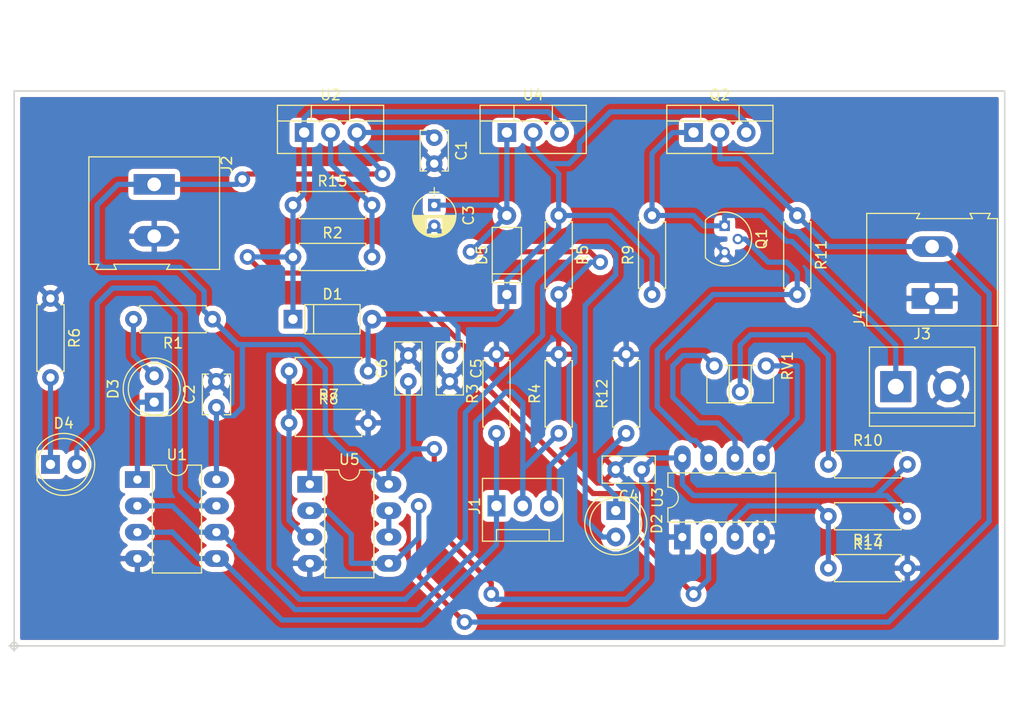
<source format=kicad_pcb>
(kicad_pcb (version 20170123) (host pcbnew "(2017-06-12 revision 8590a2299)-makepkg")
  (layers (0 F.Cu signal hide) (31 B.Cu signal) (34 B.Paste user) (35 F.Paste user) (36 B.SilkS user) (37 F.SilkS user) (38 B.Mask user) (39 F.Mask user) (44 Edge.Cuts user))
  (net 0 "")
  (net 1 GND)
  (net 2 VCC)
  (net 3 "Net-(C3-Pad1)")
  (net 4 "Net-(C5-Pad1)")
  (net 5 comp+)
  (net 6 "Net-(D2-Pad2)")
  (net 7 "Net-(D2-Pad1)")
  (net 8 "Net-(D3-Pad1)")
  (net 9 "Net-(D3-Pad2)")
  (net 10 "Net-(D4-Pad2)")
  (net 11 "Net-(D4-Pad1)")
  (net 12 3v3LED)
  (net 13 "Net-(J3-Pad1)")
  (net 14 "Net-(Q1-Pad2)")
  (net 15 "Net-(J4-Pad2)")
  (net 16 "Net-(R15-Pad2)")
  (net 17 5vLED)
  (net 18 "Net-(R7-Pad2)")
  (net 19 "Net-(R10-Pad1)")
  (net 20 "Net-(R13-Pad2)")
  (net 21 "Net-(RV1-Pad1)")
  (net 22 "Net-(RV1-Pad3)")
  (net 23 "Net-(U5-Pad6)")
  (module Connectors:bornier2 (layer F.Cu) (at 164.5 89.5)
    (fp_text reference J3 (at 2.54 -5.08) (layer F.SilkS))
    (fp_text value "reset sw")
    (pad 2 thru_hole circle (at 5.08 0) (size 3 3) (drill 1.52) (layers *.Cu *.Mask) (net 1 GND))
    (pad 1 thru_hole rect (at 0 0) (size 3 3) (drill 1.52) (layers *.Cu *.Mask) (net 13 "Net-(J3-Pad1)"))
  )
  (module Capacitors_THT:C_Disc_D3.8mm_W2.6mm_P2.50mm (layer F.Cu) (at 120 65.5 270)
    (fp_text reference C1 (at 1.25 -2.61 270) (layer F.SilkS))
    (fp_text value 0.1u)
    (pad 2 thru_hole circle (at 2.5 0 270) (size 1.6 1.6) (drill 0.8) (layers *.Cu *.Mask) (net 1 GND))
    (pad 1 thru_hole circle (at 0 0 270) (size 1.6 1.6) (drill 0.8) (layers *.Cu *.Mask) (net 2 VCC))
  )
  (module Capacitors_THT:C_Disc_D3.8mm_W2.6mm_P2.50mm (layer F.Cu) (at 99 91.5 90)
    (fp_text reference C2 (at 1.25 -2.61 90) (layer F.SilkS))
    (fp_text value 0.1u)
    (pad 1 thru_hole circle (at 0 0 90) (size 1.6 1.6) (drill 0.8) (layers *.Cu *.Mask) (net 2 VCC))
    (pad 2 thru_hole circle (at 2.5 0 90) (size 1.6 1.6) (drill 0.8) (layers *.Cu *.Mask) (net 1 GND))
  )
  (module Capacitors_THT:CP_Radial_D4.0mm_P2.00mm (layer F.Cu) (at 120 72 270)
    (fp_text reference C3 (at 1 -3.31 270) (layer F.SilkS))
    (fp_text value 10u)
    (pad 2 thru_hole circle (at 2 0 270) (size 1.2 1.2) (drill 0.6) (layers *.Cu *.Mask) (net 1 GND))
    (pad 1 thru_hole rect (at 0 0 270) (size 1.2 1.2) (drill 0.6) (layers *.Cu *.Mask) (net 3 "Net-(C3-Pad1)"))
  )
  (module Capacitors_THT:C_Disc_D5.0mm_W2.5mm_P2.50mm (layer F.Cu) (at 140 97.5 180)
    (fp_text reference C4 (at 1.25 -2.56 180) (layer F.SilkS))
    (fp_text value 0.1u)
    (pad 2 thru_hole circle (at 2.5 0 180) (size 1.6 1.6) (drill 0.8) (layers *.Cu *.Mask) (net 1 GND))
    (pad 1 thru_hole circle (at 0 0 180) (size 1.6 1.6) (drill 0.8) (layers *.Cu *.Mask) (net 2 VCC))
  )
  (module Capacitors_THT:C_Disc_D5.0mm_W2.5mm_P2.50mm (layer F.Cu) (at 121.5 86.5 270)
    (fp_text reference C5 (at 1.25 -2.56 270) (layer F.SilkS))
    (fp_text value 1u)
    (pad 2 thru_hole circle (at 2.5 0 270) (size 1.6 1.6) (drill 0.8) (layers *.Cu *.Mask) (net 1 GND))
    (pad 1 thru_hole circle (at 0 0 270) (size 1.6 1.6) (drill 0.8) (layers *.Cu *.Mask) (net 4 "Net-(C5-Pad1)"))
  )
  (module Capacitors_THT:C_Disc_D5.0mm_W2.5mm_P2.50mm (layer F.Cu) (at 117.5 89 90)
    (fp_text reference C6 (at 1.25 -2.56 90) (layer F.SilkS))
    (fp_text value 0.1u)
    (pad 1 thru_hole circle (at 0 0 90) (size 1.6 1.6) (drill 0.8) (layers *.Cu *.Mask) (net 2 VCC))
    (pad 2 thru_hole circle (at 2.5 0 90) (size 1.6 1.6) (drill 0.8) (layers *.Cu *.Mask) (net 1 GND))
  )
  (module Diodes_THT:D_A-405_P7.62mm_Horizontal (layer F.Cu) (at 106.38 83)
    (fp_text reference D1 (at 3.81 -2.41) (layer F.SilkS))
    (fp_text value 1n4002)
    (pad 2 thru_hole oval (at 7.62 0) (size 1.8 1.8) (drill 0.9) (layers *.Cu *.Mask) (net 4 "Net-(C5-Pad1)"))
    (pad 1 thru_hole rect (at 0 0) (size 1.8 1.8) (drill 0.9) (layers *.Cu *.Mask) (net 5 comp+))
  )
  (module LEDs:LED_D5.0mm (layer F.Cu) (at 137.5 101.46 270)
    (fp_text reference D2 (at 1.27 -3.96 270) (layer F.SilkS))
    (fp_text value "CC LED")
    (pad 2 thru_hole circle (at 2.54 0 270) (size 1.8 1.8) (drill 0.9) (layers *.Cu *.Mask) (net 6 "Net-(D2-Pad2)"))
    (pad 1 thru_hole rect (at 0 0 270) (size 1.8 1.8) (drill 0.9) (layers *.Cu *.Mask) (net 7 "Net-(D2-Pad1)"))
  )
  (module LEDs:LED_D5.0mm (layer F.Cu) (at 93 91 90)
    (fp_text reference D3 (at 1.27 -3.96 90) (layer F.SilkS))
    (fp_text value "5v LED")
    (pad 1 thru_hole rect (at 0 0 90) (size 1.8 1.8) (drill 0.9) (layers *.Cu *.Mask) (net 8 "Net-(D3-Pad1)"))
    (pad 2 thru_hole circle (at 2.54 0 90) (size 1.8 1.8) (drill 0.9) (layers *.Cu *.Mask) (net 9 "Net-(D3-Pad2)"))
  )
  (module LEDs:LED_D5.0mm (layer F.Cu) (at 83 97)
    (fp_text reference D4 (at 1.27 -3.96) (layer F.SilkS))
    (fp_text value "3v LED")
    (pad 2 thru_hole circle (at 2.54 0) (size 1.8 1.8) (drill 0.9) (layers *.Cu *.Mask) (net 10 "Net-(D4-Pad2)"))
    (pad 1 thru_hole rect (at 0 0) (size 1.8 1.8) (drill 0.9) (layers *.Cu *.Mask) (net 11 "Net-(D4-Pad1)"))
  )
  (module Diodes_THT:D_A-405_P7.62mm_Horizontal (layer F.Cu) (at 127 80.62 90)
    (fp_text reference D5 (at 3.81 -2.41 90) (layer F.SilkS))
    (fp_text value 1n4002)
    (pad 1 thru_hole rect (at 0 0 90) (size 1.8 1.8) (drill 0.9) (layers *.Cu *.Mask) (net 4 "Net-(C5-Pad1)"))
    (pad 2 thru_hole oval (at 7.62 0 90) (size 1.8 1.8) (drill 0.9) (layers *.Cu *.Mask) (net 3 "Net-(C3-Pad1)"))
  )
  (module Connectors:Fan_Pin_Header_Straight_1x03 (layer F.Cu) (at 126 101 90)
    (fp_text reference J1 (at 0 -2.1 90) (layer F.SilkS))
    (fp_text value "V select sw")
    (pad 3 thru_hole oval (at 0 5.08 90) (size 2.03 1.73) (drill 1.02) (layers *.Cu *.Mask) (net 3 "Net-(C3-Pad1)"))
    (pad 2 thru_hole oval (at 0 2.54 90) (size 2.03 1.73) (drill 1.02) (layers *.Cu *.Mask) (net 17 5vLED))
    (pad 1 thru_hole rect (at 0 0 90) (size 2.03 1.73) (drill 1.02) (layers *.Cu *.Mask) (net 12 3v3LED))
  )
  (module Connectors:AK300-2 (layer F.Cu) (at 93 70 270)
    (fp_text reference J2 (at -1.92 -6.99 270) (layer F.SilkS))
    (fp_text value VDC-in)
    (pad 2 thru_hole oval (at 5 0 270) (size 1.98 3.96) (drill 1.32) (layers *.Cu F.Paste F.Mask) (net 1 GND))
    (pad 1 thru_hole rect (at 0 0 270) (size 1.98 3.96) (drill 1.32) (layers *.Cu F.Paste F.Mask) (net 2 VCC))
  )
  (module Connectors:AK300-2 (layer F.Cu) (at 168 81 90)
    (fp_text reference J4 (at -1.92 -6.99 90) (layer F.SilkS))
    (fp_text value "V out")
    (pad 1 thru_hole rect (at 0 0 90) (size 1.98 3.96) (drill 1.32) (layers *.Cu F.Paste F.Mask) (net 1 GND))
    (pad 2 thru_hole oval (at 5 0 90) (size 1.98 3.96) (drill 1.32) (layers *.Cu F.Paste F.Mask) (net 15 "Net-(J4-Pad2)"))
  )
  (module TO_SOT_Packages_THT:TO-92_Molded_Narrow (layer F.Cu) (at 148 74 270)
    (fp_text reference Q1 (at 1.27 -3.56 270) (layer F.SilkS))
    (fp_text value BC547)
    (pad 1 thru_hole rect (at 0 0) (size 1 1) (drill 0.6) (layers *.Cu *.Mask) (net 13 "Net-(J3-Pad1)"))
    (pad 3 thru_hole circle (at 2.54 0) (size 1 1) (drill 0.6) (layers *.Cu *.Mask) (net 1 GND))
    (pad 2 thru_hole circle (at 1.27 -1.27) (size 1 1) (drill 0.6) (layers *.Cu *.Mask) (net 14 "Net-(Q1-Pad2)"))
  )
  (module TO_SOT_Packages_THT:TO-220_Vertical (layer F.Cu) (at 145 65)
    (fp_text reference Q2 (at 2.54 -3.62) (layer F.SilkS))
    (fp_text value FQP27P06)
    (pad 1 thru_hole rect (at 0 0) (size 1.8 1.8) (drill 1) (layers *.Cu *.Mask) (net 13 "Net-(J3-Pad1)"))
    (pad 2 thru_hole oval (at 2.54 0) (size 1.8 1.8) (drill 1) (layers *.Cu *.Mask) (net 15 "Net-(J4-Pad2)"))
    (pad 3 thru_hole oval (at 5.08 0) (size 1.8 1.8) (drill 1) (layers *.Cu *.Mask) (net 4 "Net-(C5-Pad1)"))
  )
  (module Resistors_THT:R_Axial_DIN0207_L6.3mm_D2.5mm_P7.62mm_Horizontal (layer F.Cu) (at 98.62 83 180)
    (fp_text reference R1 (at 3.81 -2.31 180) (layer F.SilkS))
    (fp_text value 1k6)
    (pad 2 thru_hole oval (at 7.62 0 180) (size 1.6 1.6) (drill 0.8) (layers *.Cu *.Mask) (net 9 "Net-(D3-Pad2)"))
    (pad 1 thru_hole circle (at 0 0 180) (size 1.6 1.6) (drill 0.8) (layers *.Cu *.Mask) (net 2 VCC))
  )
  (module Resistors_THT:R_Axial_DIN0207_L6.3mm_D2.5mm_P7.62mm_Horizontal (layer F.Cu) (at 106.38 77)
    (fp_text reference R2 (at 3.81 -2.31) (layer F.SilkS))
    (fp_text value R)
    (pad 2 thru_hole oval (at 7.62 0) (size 1.6 1.6) (drill 0.8) (layers *.Cu *.Mask) (net 16 "Net-(R15-Pad2)"))
    (pad 1 thru_hole circle (at 0 0) (size 1.6 1.6) (drill 0.8) (layers *.Cu *.Mask) (net 5 comp+))
  )
  (module Resistors_THT:R_Axial_DIN0207_L6.3mm_D2.5mm_P7.62mm_Horizontal (layer F.Cu) (at 126 94 90)
    (fp_text reference R3 (at 3.81 -2.31 90) (layer F.SilkS))
    (fp_text value 1k6)
    (pad 2 thru_hole oval (at 7.62 0 90) (size 1.6 1.6) (drill 0.8) (layers *.Cu *.Mask) (net 1 GND))
    (pad 1 thru_hole circle (at 0 0 90) (size 1.6 1.6) (drill 0.8) (layers *.Cu *.Mask) (net 12 3v3LED))
  )
  (module Resistors_THT:R_Axial_DIN0207_L6.3mm_D2.5mm_P7.62mm_Horizontal (layer F.Cu) (at 132 94 90)
    (fp_text reference R4 (at 3.81 -2.31 90) (layer F.SilkS))
    (fp_text value 3k)
    (pad 1 thru_hole circle (at 0 0 90) (size 1.6 1.6) (drill 0.8) (layers *.Cu *.Mask) (net 17 5vLED))
    (pad 2 thru_hole oval (at 7.62 0 90) (size 1.6 1.6) (drill 0.8) (layers *.Cu *.Mask) (net 1 GND))
  )
  (module Resistors_THT:R_Axial_DIN0207_L6.3mm_D2.5mm_P7.62mm_Horizontal (layer F.Cu) (at 132 73 270)
    (fp_text reference R5 (at 3.81 -2.31 270) (layer F.SilkS))
    (fp_text value 1k)
    (pad 1 thru_hole circle (at 0 0 270) (size 1.6 1.6) (drill 0.8) (layers *.Cu *.Mask) (net 4 "Net-(C5-Pad1)"))
    (pad 2 thru_hole oval (at 7.62 0 270) (size 1.6 1.6) (drill 0.8) (layers *.Cu *.Mask) (net 3 "Net-(C3-Pad1)"))
  )
  (module Resistors_THT:R_Axial_DIN0207_L6.3mm_D2.5mm_P7.62mm_Horizontal (layer F.Cu) (at 83 81 270)
    (fp_text reference R6 (at 3.81 -2.31 270) (layer F.SilkS))
    (fp_text value 1k6)
    (pad 1 thru_hole circle (at 0 0 270) (size 1.6 1.6) (drill 0.8) (layers *.Cu *.Mask) (net 1 GND))
    (pad 2 thru_hole oval (at 7.62 0 270) (size 1.6 1.6) (drill 0.8) (layers *.Cu *.Mask) (net 11 "Net-(D4-Pad1)"))
  )
  (module Resistors_THT:R_Axial_DIN0207_L6.3mm_D2.5mm_P7.62mm_Horizontal (layer F.Cu) (at 113.62 88 180)
    (fp_text reference R7 (at 3.81 -2.31 180) (layer F.SilkS))
    (fp_text value 4k7)
    (pad 2 thru_hole oval (at 7.62 0 180) (size 1.6 1.6) (drill 0.8) (layers *.Cu *.Mask) (net 18 "Net-(R7-Pad2)"))
    (pad 1 thru_hole circle (at 0 0 180) (size 1.6 1.6) (drill 0.8) (layers *.Cu *.Mask) (net 4 "Net-(C5-Pad1)"))
  )
  (module Resistors_THT:R_Axial_DIN0207_L6.3mm_D2.5mm_P7.62mm_Horizontal (layer F.Cu) (at 106 93)
    (fp_text reference R8 (at 3.81 -2.31) (layer F.SilkS))
    (fp_text value 4k7)
    (pad 1 thru_hole circle (at 0 0) (size 1.6 1.6) (drill 0.8) (layers *.Cu *.Mask) (net 18 "Net-(R7-Pad2)"))
    (pad 2 thru_hole oval (at 7.62 0) (size 1.6 1.6) (drill 0.8) (layers *.Cu *.Mask) (net 1 GND))
  )
  (module Resistors_THT:R_Axial_DIN0207_L6.3mm_D2.5mm_P7.62mm_Horizontal (layer F.Cu) (at 141 80.62 90)
    (fp_text reference R9 (at 3.81 -2.31 90) (layer F.SilkS))
    (fp_text value 100k)
    (pad 2 thru_hole oval (at 7.62 0 90) (size 1.6 1.6) (drill 0.8) (layers *.Cu *.Mask) (net 13 "Net-(J3-Pad1)"))
    (pad 1 thru_hole circle (at 0 0 90) (size 1.6 1.6) (drill 0.8) (layers *.Cu *.Mask) (net 4 "Net-(C5-Pad1)"))
  )
  (module Resistors_THT:R_Axial_DIN0207_L6.3mm_D2.5mm_P7.62mm_Horizontal (layer F.Cu) (at 158 97)
    (fp_text reference R10 (at 3.81 -2.31) (layer F.SilkS))
    (fp_text value 5k6)
    (pad 1 thru_hole circle (at 0 0) (size 1.6 1.6) (drill 0.8) (layers *.Cu *.Mask) (net 19 "Net-(R10-Pad1)"))
    (pad 2 thru_hole oval (at 7.62 0) (size 1.6 1.6) (drill 0.8) (layers *.Cu *.Mask) (net 2 VCC))
  )
  (module Resistors_THT:R_Axial_DIN0207_L6.3mm_D2.5mm_P7.62mm_Horizontal (layer F.Cu) (at 155 73 270)
    (fp_text reference R11 (at 3.81 -2.31 270) (layer F.SilkS))
    (fp_text value 100k)
    (pad 2 thru_hole oval (at 7.62 0 270) (size 1.6 1.6) (drill 0.8) (layers *.Cu *.Mask) (net 14 "Net-(Q1-Pad2)"))
    (pad 1 thru_hole circle (at 0 0 270) (size 1.6 1.6) (drill 0.8) (layers *.Cu *.Mask) (net 15 "Net-(J4-Pad2)"))
  )
  (module Resistors_THT:R_Axial_DIN0207_L6.3mm_D2.5mm_P7.62mm_Horizontal (layer F.Cu) (at 138.5 94 90)
    (fp_text reference R12 (at 3.81 -2.31 90) (layer F.SilkS))
    (fp_text value 4k7)
    (pad 2 thru_hole oval (at 7.62 0 90) (size 1.6 1.6) (drill 0.8) (layers *.Cu *.Mask) (net 1 GND))
    (pad 1 thru_hole circle (at 0 0 90) (size 1.6 1.6) (drill 0.8) (layers *.Cu *.Mask) (net 7 "Net-(D2-Pad1)"))
  )
  (module Resistors_THT:R_Axial_DIN0207_L6.3mm_D2.5mm_P7.62mm_Horizontal (layer F.Cu) (at 165.62 102 180)
    (fp_text reference R13 (at 3.81 -2.31 180) (layer F.SilkS))
    (fp_text value 4k7)
    (pad 2 thru_hole oval (at 7.62 0 180) (size 1.6 1.6) (drill 0.8) (layers *.Cu *.Mask) (net 20 "Net-(R13-Pad2)"))
    (pad 1 thru_hole circle (at 0 0 180) (size 1.6 1.6) (drill 0.8) (layers *.Cu *.Mask) (net 2 VCC))
  )
  (module Resistors_THT:R_Axial_DIN0207_L6.3mm_D2.5mm_P7.62mm_Horizontal (layer F.Cu) (at 158 107)
    (fp_text reference R14 (at 3.81 -2.31) (layer F.SilkS))
    (fp_text value 1k)
    (pad 1 thru_hole circle (at 0 0) (size 1.6 1.6) (drill 0.8) (layers *.Cu *.Mask) (net 20 "Net-(R13-Pad2)"))
    (pad 2 thru_hole oval (at 7.62 0) (size 1.6 1.6) (drill 0.8) (layers *.Cu *.Mask) (net 1 GND))
  )
  (module Resistors_THT:R_Axial_DIN0207_L6.3mm_D2.5mm_P7.62mm_Horizontal (layer F.Cu) (at 106.38 72)
    (fp_text reference R15 (at 3.81 -2.31) (layer F.SilkS))
    (fp_text value R)
    (pad 1 thru_hole circle (at 0 0) (size 1.6 1.6) (drill 0.8) (layers *.Cu *.Mask) (net 5 comp+))
    (pad 2 thru_hole oval (at 7.62 0) (size 1.6 1.6) (drill 0.8) (layers *.Cu *.Mask) (net 16 "Net-(R15-Pad2)"))
  )
  (module Potentiometers:Potentiometer_Trimmer_ACP_CA6h_Vertical (layer F.Cu) (at 152 87.5 270)
    (fp_text reference RV1 (at 0 -2.06 270) (layer F.SilkS))
    (fp_text value 5k)
    (pad 1 thru_hole circle (at 0 0 270) (size 1.62 1.62) (drill 0.9) (layers *.Cu *.Mask) (net 21 "Net-(RV1-Pad1)"))
    (pad 2 thru_hole circle (at 2.5 2.5 270) (size 1.62 1.62) (drill 0.9) (layers *.Cu *.Mask) (net 19 "Net-(R10-Pad1)"))
    (pad 3 thru_hole circle (at 0 5 270) (size 1.62 1.62) (drill 0.9) (layers *.Cu *.Mask) (net 22 "Net-(RV1-Pad3)"))
  )
  (module Housings_DIP:DIP-8_W7.62mm_LongPads (layer F.Cu) (at 91.38 98.46)
    (fp_text reference U1 (at 3.81 -2.39) (layer F.SilkS))
    (fp_text value LM358)
    (pad 8 thru_hole oval (at 7.62 0) (size 2.4 1.6) (drill 0.8) (layers *.Cu *.Mask) (net 2 VCC))
    (pad 4 thru_hole oval (at 0 7.62) (size 2.4 1.6) (drill 0.8) (layers *.Cu *.Mask) (net 1 GND))
    (pad 7 thru_hole oval (at 7.62 2.54) (size 2.4 1.6) (drill 0.8) (layers *.Cu *.Mask) (net 10 "Net-(D4-Pad2)"))
    (pad 3 thru_hole oval (at 0 5.08) (size 2.4 1.6) (drill 0.8) (layers *.Cu *.Mask) (net 12 3v3LED))
    (pad 6 thru_hole oval (at 7.62 5.08) (size 2.4 1.6) (drill 0.8) (layers *.Cu *.Mask) (net 17 5vLED))
    (pad 2 thru_hole oval (at 0 2.54) (size 2.4 1.6) (drill 0.8) (layers *.Cu *.Mask) (net 17 5vLED))
    (pad 5 thru_hole oval (at 7.62 7.62) (size 2.4 1.6) (drill 0.8) (layers *.Cu *.Mask) (net 12 3v3LED))
    (pad 1 thru_hole rect (at 0 0) (size 2.4 1.6) (drill 0.8) (layers *.Cu *.Mask) (net 8 "Net-(D3-Pad1)"))
  )
  (module TO_SOT_Packages_THT:TO-220_Vertical (layer F.Cu) (at 107.46 65)
    (fp_text reference U2 (at 2.54 -3.62) (layer F.SilkS))
    (fp_text value LM317T)
    (pad 3 thru_hole oval (at 5.08 0) (size 1.8 1.8) (drill 1) (layers *.Cu *.Mask) (net 2 VCC))
    (pad 2 thru_hole oval (at 2.54 0) (size 1.8 1.8) (drill 1) (layers *.Cu *.Mask) (net 16 "Net-(R15-Pad2)"))
    (pad 1 thru_hole rect (at 0 0) (size 1.8 1.8) (drill 1) (layers *.Cu *.Mask) (net 5 comp+))
  )
  (module Housings_DIP:DIP-8_W7.62mm_LongPads (layer F.Cu) (at 143.92 104 90)
    (fp_text reference U3 (at 3.81 -2.39 90) (layer F.SilkS))
    (fp_text value LM311N)
    (pad 1 thru_hole rect (at 0 0 90) (size 2.4 1.6) (drill 0.8) (layers *.Cu *.Mask) (net 1 GND))
    (pad 5 thru_hole oval (at 7.62 7.62 90) (size 2.4 1.6) (drill 0.8) (layers *.Cu *.Mask) (net 21 "Net-(RV1-Pad1)"))
    (pad 2 thru_hole oval (at 0 2.54 90) (size 2.4 1.6) (drill 0.8) (layers *.Cu *.Mask) (net 5 comp+))
    (pad 6 thru_hole oval (at 7.62 5.08 90) (size 2.4 1.6) (drill 0.8) (layers *.Cu *.Mask) (net 22 "Net-(RV1-Pad3)"))
    (pad 3 thru_hole oval (at 0 5.08 90) (size 2.4 1.6) (drill 0.8) (layers *.Cu *.Mask) (net 20 "Net-(R13-Pad2)"))
    (pad 7 thru_hole oval (at 7.62 2.54 90) (size 2.4 1.6) (drill 0.8) (layers *.Cu *.Mask) (net 14 "Net-(Q1-Pad2)"))
    (pad 4 thru_hole oval (at 0 7.62 90) (size 2.4 1.6) (drill 0.8) (layers *.Cu *.Mask) (net 1 GND))
    (pad 8 thru_hole oval (at 7.62 0 90) (size 2.4 1.6) (drill 0.8) (layers *.Cu *.Mask) (net 2 VCC))
  )
  (module TO_SOT_Packages_THT:TO-220_Vertical (layer F.Cu) (at 127 65)
    (fp_text reference U4 (at 2.54 -3.62) (layer F.SilkS))
    (fp_text value LM317T)
    (pad 3 thru_hole oval (at 5.08 0) (size 1.8 1.8) (drill 1) (layers *.Cu *.Mask) (net 5 comp+))
    (pad 2 thru_hole oval (at 2.54 0) (size 1.8 1.8) (drill 1) (layers *.Cu *.Mask) (net 4 "Net-(C5-Pad1)"))
    (pad 1 thru_hole rect (at 0 0) (size 1.8 1.8) (drill 1) (layers *.Cu *.Mask) (net 3 "Net-(C3-Pad1)"))
  )
  (module Housings_DIP:DIP-8_W7.62mm_LongPads (layer F.Cu) (at 108 98.92)
    (fp_text reference U5 (at 3.81 -2.39) (layer F.SilkS))
    (fp_text value LM358)
    (pad 8 thru_hole oval (at 7.62 0) (size 2.4 1.6) (drill 0.8) (layers *.Cu *.Mask) (net 2 VCC))
    (pad 4 thru_hole oval (at 0 7.62) (size 2.4 1.6) (drill 0.8) (layers *.Cu *.Mask) (net 1 GND))
    (pad 7 thru_hole oval (at 7.62 2.54) (size 2.4 1.6) (drill 0.8) (layers *.Cu *.Mask) (net 23 "Net-(U5-Pad6)"))
    (pad 3 thru_hole oval (at 0 5.08) (size 2.4 1.6) (drill 0.8) (layers *.Cu *.Mask) (net 18 "Net-(R7-Pad2)"))
    (pad 6 thru_hole oval (at 7.62 5.08) (size 2.4 1.6) (drill 0.8) (layers *.Cu *.Mask) (net 23 "Net-(U5-Pad6)"))
    (pad 2 thru_hole oval (at 0 2.54) (size 2.4 1.6) (drill 0.8) (layers *.Cu *.Mask) (net 15 "Net-(J4-Pad2)"))
    (pad 5 thru_hole oval (at 7.62 7.62) (size 2.4 1.6) (drill 0.8) (layers *.Cu *.Mask) (net 15 "Net-(J4-Pad2)"))
    (pad 1 thru_hole rect (at 0 0) (size 2.4 1.6) (drill 0.8) (layers *.Cu *.Mask) (net 6 "Net-(D2-Pad2)"))
  )
  (target plus (at 79.5 114.5) (size 1) (width 0.15) (layer Edge.Cuts))
  (gr_line (start 170.5 61) (end 170.5 61) (layer Edge.Cuts) (width 0.15))
  (gr_line (start 79.5 61) (end 170.5 61) (layer Edge.Cuts) (width 0.15))
  (gr_line (start 79.5 61) (end 79.5 61) (layer Edge.Cuts) (width 0.15))
  (gr_line (start 79.5 61) (end 79.5 61) (layer Edge.Cuts) (width 0.15))
  (gr_line (start 79.5 114.5) (end 79.5 61) (layer Edge.Cuts) (width 0.15))
  (gr_line (start 175 114.5) (end 79.5 114.5) (layer Edge.Cuts) (width 0.15))
  (gr_line (start 175 108.5) (end 175 114.5) (layer Edge.Cuts) (width 0.15))
  (gr_line (start 175 61) (end 175 108.5) (layer Edge.Cuts) (width 0.15))
  (gr_line (start 170.5 61) (end 175 61) (layer Edge.Cuts) (width 0.15))
  (segment (start 120 95.5) (end 117.74 95.5) (width 0.5) (layer B.Cu) (net 2))
  (segment (start 117.74 95.5) (end 117.5 95.74) (width 0.5) (layer B.Cu) (net 2))
  (segment (start 120 102.93934) (end 120 95.5) (width 0.5) (layer F.Cu) (net 2))
  (via (at 120 95.5) (size 1.5) (drill 0.8) (layers F.Cu B.Cu) (net 2))
  (segment (start 125.5 108.43934) (end 120 102.93934) (width 0.5) (layer F.Cu) (net 2))
  (segment (start 125.5 109.5) (end 125.5 108.43934) (width 0.5) (layer F.Cu) (net 2))
  (segment (start 138.5 110) (end 126 110) (width 0.5) (layer B.Cu) (net 2))
  (segment (start 126 110) (end 125.5 109.5) (width 0.5) (layer B.Cu) (net 2))
  (via (at 125.5 109.5) (size 1.5) (drill 0.8) (layers F.Cu B.Cu) (net 2))
  (segment (start 140.5 108) (end 138.5 110) (width 0.5) (layer B.Cu) (net 2))
  (segment (start 140.5 99.13137) (end 140.5 108) (width 0.5) (layer B.Cu) (net 2))
  (segment (start 140 97.5) (end 140 98.63137) (width 0.5) (layer B.Cu) (net 2))
  (segment (start 140 98.63137) (end 140.5 99.13137) (width 0.5) (layer B.Cu) (net 2))
  (segment (start 95.5 78) (end 88 78) (width 0.5) (layer B.Cu) (net 2))
  (segment (start 101.5 69.5) (end 101 70) (width 0.5) (layer B.Cu) (net 2))
  (segment (start 101 70) (end 93 70) (width 0.5) (layer B.Cu) (net 2))
  (segment (start 102 69) (end 101.5 69.5) (width 0.5) (layer F.Cu) (net 2))
  (via (at 101.5 69.5) (size 1.5) (drill 0.8) (layers F.Cu B.Cu) (net 2))
  (segment (start 115 69) (end 102 69) (width 0.5) (layer F.Cu) (net 2))
  (segment (start 115.267208 69) (end 115 69) (width 0.5) (layer B.Cu) (net 2))
  (via (at 115 69) (size 1.5) (drill 0.8) (layers F.Cu B.Cu) (net 2))
  (segment (start 112.54 65) (end 112.54 66.272792) (width 0.5) (layer B.Cu) (net 2))
  (segment (start 112.54 66.272792) (end 115.267208 69) (width 0.5) (layer B.Cu) (net 2))
  (segment (start 107.158219 85.449988) (end 101.5 85.449988) (width 0.5) (layer B.Cu) (net 2))
  (segment (start 101.5 85.449988) (end 101.069988 85.449988) (width 0.5) (layer B.Cu) (net 2))
  (segment (start 100.700001 92.299999) (end 101.5 91.5) (width 0.5) (layer B.Cu) (net 2))
  (segment (start 101.5 91.5) (end 101.5 85.449988) (width 0.5) (layer B.Cu) (net 2))
  (segment (start 99 91.5) (end 99.799999 92.299999) (width 0.5) (layer B.Cu) (net 2))
  (segment (start 99.799999 92.299999) (end 100.700001 92.299999) (width 0.5) (layer B.Cu) (net 2))
  (segment (start 99 98.46) (end 99 91.5) (width 0.5) (layer B.Cu) (net 2))
  (segment (start 99.419999 83.799999) (end 98.62 83) (width 0.5) (layer B.Cu) (net 2))
  (segment (start 109.5 94) (end 109.5 87.791769) (width 0.5) (layer B.Cu) (net 2))
  (segment (start 112.3 96) (end 111.5 96) (width 0.5) (layer B.Cu) (net 2))
  (segment (start 101.069988 85.449988) (end 99.419999 83.799999) (width 0.5) (layer B.Cu) (net 2))
  (segment (start 111.5 96) (end 109.5 94) (width 0.5) (layer B.Cu) (net 2))
  (segment (start 115.22 98.92) (end 112.3 96) (width 0.5) (layer B.Cu) (net 2))
  (segment (start 115.62 98.92) (end 115.22 98.92) (width 0.5) (layer B.Cu) (net 2))
  (segment (start 109.5 87.791769) (end 107.158219 85.449988) (width 0.5) (layer B.Cu) (net 2))
  (segment (start 117.5 95.74) (end 117.5 89) (width 0.5) (layer B.Cu) (net 2))
  (segment (start 115.62 98.92) (end 115.62 97.62) (width 0.5) (layer B.Cu) (net 2))
  (segment (start 115.62 97.62) (end 117.5 95.74) (width 0.5) (layer B.Cu) (net 2))
  (segment (start 87.5 72) (end 89.5 70) (width 0.5) (layer B.Cu) (net 2))
  (segment (start 89.5 70) (end 93 70) (width 0.5) (layer B.Cu) (net 2))
  (segment (start 87.5 77.5) (end 87.5 72) (width 0.5) (layer B.Cu) (net 2))
  (segment (start 88 78) (end 87.5 77.5) (width 0.5) (layer B.Cu) (net 2))
  (segment (start 97.820001 80.320001) (end 95.5 78) (width 0.5) (layer B.Cu) (net 2))
  (segment (start 98.62 83) (end 97.820001 82.200001) (width 0.5) (layer B.Cu) (net 2))
  (segment (start 97.820001 82.200001) (end 97.820001 80.320001) (width 0.5) (layer B.Cu) (net 2))
  (segment (start 112.54 65) (end 119.5 65) (width 0.5) (layer B.Cu) (net 2))
  (segment (start 119.5 65) (end 120 65.5) (width 0.5) (layer B.Cu) (net 2))
  (segment (start 143.92 96.38) (end 141.12 96.38) (width 0.5) (layer B.Cu) (net 2))
  (segment (start 141.12 96.38) (end 140 97.5) (width 0.5) (layer B.Cu) (net 2))
  (segment (start 99 83.38) (end 98.62 83) (width 0.5) (layer B.Cu) (net 2))
  (segment (start 162.62 100) (end 163.62 100) (width 0.5) (layer B.Cu) (net 2))
  (segment (start 163.62 100) (end 165.62 102) (width 0.5) (layer B.Cu) (net 2))
  (segment (start 145 100) (end 143.92 98.92) (width 0.5) (layer B.Cu) (net 2))
  (segment (start 143.92 98.92) (end 143.92 96.38) (width 0.5) (layer B.Cu) (net 2))
  (segment (start 162.62 100) (end 145 100) (width 0.5) (layer B.Cu) (net 2))
  (segment (start 165.62 97) (end 162.62 100) (width 0.5) (layer B.Cu) (net 2))
  (segment (start 136 77.5) (end 135 76.5) (width 0.5) (layer F.Cu) (net 3))
  (segment (start 135 76.5) (end 123.5 76.5) (width 0.5) (layer F.Cu) (net 3))
  (segment (start 135.12 77.5) (end 136 77.5) (width 0.5) (layer B.Cu) (net 3))
  (segment (start 132 80.62) (end 135.12 77.5) (width 0.5) (layer B.Cu) (net 3))
  (via (at 136 77.5) (size 1.5) (drill 0.8) (layers F.Cu B.Cu) (net 3))
  (segment (start 127 73) (end 123.5 76.5) (width 0.5) (layer B.Cu) (net 3))
  (via (at 123.5 76.5) (size 1.5) (drill 0.8) (layers F.Cu B.Cu) (net 3))
  (segment (start 132 84.085998) (end 132 81.75137) (width 0.5) (layer B.Cu) (net 3))
  (segment (start 133.550001 85.635999) (end 132 84.085998) (width 0.5) (layer B.Cu) (net 3))
  (segment (start 133.550001 93.255999) (end 132.999989 92.705987) (width 0.5) (layer B.Cu) (net 3))
  (segment (start 133.550001 94.744001) (end 133.550001 93.255999) (width 0.5) (layer B.Cu) (net 3))
  (segment (start 131.08 97.214002) (end 133.550001 94.744001) (width 0.5) (layer B.Cu) (net 3))
  (segment (start 132.999989 87.674013) (end 133.550001 87.124001) (width 0.5) (layer B.Cu) (net 3))
  (segment (start 131.08 101) (end 131.08 97.214002) (width 0.5) (layer B.Cu) (net 3))
  (segment (start 132.999989 92.705987) (end 132.999989 87.674013) (width 0.5) (layer B.Cu) (net 3))
  (segment (start 132 81.75137) (end 132 80.62) (width 0.5) (layer B.Cu) (net 3))
  (segment (start 133.550001 87.124001) (end 133.550001 85.635999) (width 0.5) (layer B.Cu) (net 3))
  (segment (start 120 72) (end 126 72) (width 0.5) (layer B.Cu) (net 3))
  (segment (start 126 72) (end 127 73) (width 0.5) (layer B.Cu) (net 3))
  (segment (start 127 73) (end 127 65) (width 0.5) (layer B.Cu) (net 3))
  (segment (start 114 83) (end 121.5 83) (width 0.5) (layer B.Cu) (net 4))
  (segment (start 121.5 83) (end 126.02 83) (width 0.5) (layer B.Cu) (net 4))
  (segment (start 121.5 86.5) (end 122.299999 85.700001) (width 0.5) (layer B.Cu) (net 4))
  (segment (start 122.299999 85.700001) (end 122.299999 83.799999) (width 0.5) (layer B.Cu) (net 4))
  (segment (start 122.299999 83.799999) (end 121.5 83) (width 0.5) (layer B.Cu) (net 4))
  (segment (start 113.62 88) (end 113.62 83.38) (width 0.5) (layer B.Cu) (net 4))
  (segment (start 113.62 83.38) (end 114 83) (width 0.5) (layer B.Cu) (net 4))
  (segment (start 126.02 83) (end 127 82.02) (width 0.5) (layer B.Cu) (net 4))
  (segment (start 127 82.02) (end 127 80.62) (width 0.5) (layer B.Cu) (net 4))
  (segment (start 127 80.62) (end 127 79.22) (width 0.5) (layer B.Cu) (net 4))
  (segment (start 127 79.22) (end 132 74.22) (width 0.5) (layer B.Cu) (net 4))
  (segment (start 132 74.22) (end 132 73) (width 0.5) (layer B.Cu) (net 4))
  (segment (start 137 73) (end 132 73) (width 0.5) (layer B.Cu) (net 4))
  (segment (start 141 77) (end 137 73) (width 0.5) (layer B.Cu) (net 4))
  (segment (start 141 80.62) (end 141 77) (width 0.5) (layer B.Cu) (net 4))
  (segment (start 131 68) (end 130 67) (width 0.5) (layer B.Cu) (net 4))
  (segment (start 130 67) (end 129.54 66.54) (width 0.5) (layer B.Cu) (net 4))
  (segment (start 132 73) (end 132 69) (width 0.5) (layer B.Cu) (net 4))
  (segment (start 132 69) (end 130 67) (width 0.5) (layer B.Cu) (net 4))
  (segment (start 150.08 65) (end 150.08 64.08) (width 0.5) (layer B.Cu) (net 4))
  (segment (start 150.08 64.08) (end 149 63) (width 0.5) (layer B.Cu) (net 4))
  (segment (start 149 63) (end 137 63) (width 0.5) (layer B.Cu) (net 4))
  (segment (start 133 68) (end 131 68) (width 0.5) (layer B.Cu) (net 4))
  (segment (start 137 63) (end 134 66) (width 0.5) (layer B.Cu) (net 4))
  (segment (start 129.54 66.54) (end 129.54 65) (width 0.5) (layer B.Cu) (net 4))
  (segment (start 134 66) (end 134 67) (width 0.5) (layer B.Cu) (net 4))
  (segment (start 134 67) (end 133 68) (width 0.5) (layer B.Cu) (net 4))
  (segment (start 102 77) (end 106.38 77) (width 0.5) (layer B.Cu) (net 5))
  (via (at 106.38 77) (size 1.5) (drill 0.8) (layers F.Cu B.Cu) (net 5))
  (segment (start 145 109.5) (end 139.150001 103.650001) (width 0.5) (layer F.Cu) (net 5))
  (segment (start 139.000001 99.809999) (end 135.309999 99.809999) (width 0.5) (layer F.Cu) (net 5))
  (segment (start 139.150001 103.650001) (end 139.150001 99.959999) (width 0.5) (layer F.Cu) (net 5))
  (segment (start 139.150001 99.959999) (end 139.000001 99.809999) (width 0.5) (layer F.Cu) (net 5))
  (segment (start 135.309999 99.809999) (end 123.050001 87.550001) (width 0.5) (layer F.Cu) (net 5))
  (segment (start 115.844003 78.550001) (end 103.550001 78.550001) (width 0.5) (layer F.Cu) (net 5))
  (segment (start 123.050001 87.550001) (end 123.050001 85.755999) (width 0.5) (layer F.Cu) (net 5))
  (segment (start 123.050001 85.755999) (end 115.844003 78.550001) (width 0.5) (layer F.Cu) (net 5))
  (segment (start 103.550001 78.550001) (end 102 77) (width 0.5) (layer F.Cu) (net 5))
  (via (at 102 77) (size 1.5) (drill 0.8) (layers F.Cu B.Cu) (net 5))
  (segment (start 146.46 104) (end 146.46 108.04) (width 0.5) (layer B.Cu) (net 5))
  (segment (start 146.46 108.04) (end 145 109.5) (width 0.5) (layer B.Cu) (net 5))
  (via (at 145 109.5) (size 1.5) (drill 0.8) (layers F.Cu B.Cu) (net 5))
  (segment (start 107.46 65) (end 107.46 70.92) (width 0.5) (layer B.Cu) (net 5))
  (segment (start 107.46 70.92) (end 106.38 72) (width 0.5) (layer B.Cu) (net 5))
  (segment (start 106.38 83) (end 106.38 77) (width 0.5) (layer B.Cu) (net 5))
  (segment (start 106.38 77) (end 106.38 72) (width 0.5) (layer B.Cu) (net 5))
  (segment (start 107.46 65) (end 107.46 63.6) (width 0.5) (layer B.Cu) (net 5))
  (segment (start 107.46 63.6) (end 108.06 63) (width 0.5) (layer B.Cu) (net 5))
  (segment (start 108.06 63) (end 131 63) (width 0.5) (layer B.Cu) (net 5))
  (segment (start 131 63) (end 132.08 64.08) (width 0.5) (layer B.Cu) (net 5))
  (segment (start 132.08 64.08) (end 132.08 65) (width 0.5) (layer B.Cu) (net 5))
  (segment (start 104.050001 86.449999) (end 106.744001 86.449999) (width 0.5) (layer B.Cu) (net 6))
  (segment (start 130.449999 79.875999) (end 130.449999 84.550001) (width 0.5) (layer B.Cu) (net 6))
  (segment (start 104.050001 107.050001) (end 104.050001 86.449999) (width 0.5) (layer B.Cu) (net 6))
  (segment (start 134.326 75.999998) (end 130.449999 79.875999) (width 0.5) (layer B.Cu) (net 6))
  (segment (start 123.000001 91.999999) (end 123.000001 104.220001) (width 0.5) (layer B.Cu) (net 6))
  (segment (start 107 110) (end 104.050001 107.050001) (width 0.5) (layer B.Cu) (net 6))
  (segment (start 117.220002 110) (end 107 110) (width 0.5) (layer B.Cu) (net 6))
  (segment (start 108 87.705998) (end 108 98.92) (width 0.5) (layer B.Cu) (net 6))
  (segment (start 136.720002 75.999998) (end 134.326 75.999998) (width 0.5) (layer B.Cu) (net 6))
  (segment (start 137.500002 78.720002) (end 137.500002 76.779998) (width 0.5) (layer B.Cu) (net 6))
  (segment (start 137.500002 76.779998) (end 136.720002 75.999998) (width 0.5) (layer B.Cu) (net 6))
  (segment (start 137.5 104) (end 136.227208 104) (width 0.5) (layer B.Cu) (net 6))
  (segment (start 134.550012 81.669992) (end 137.500002 78.720002) (width 0.5) (layer B.Cu) (net 6))
  (segment (start 130.449999 84.550001) (end 123.000001 91.999999) (width 0.5) (layer B.Cu) (net 6))
  (segment (start 106.744001 86.449999) (end 108 87.705998) (width 0.5) (layer B.Cu) (net 6))
  (segment (start 123.000001 104.220001) (end 117.220002 110) (width 0.5) (layer B.Cu) (net 6))
  (segment (start 136.227208 104) (end 134.550012 102.322804) (width 0.5) (layer B.Cu) (net 6))
  (segment (start 134.550012 102.322804) (end 134.550012 81.669992) (width 0.5) (layer B.Cu) (net 6))
  (segment (start 137.5 101.46) (end 137.5 100.06) (width 0.5) (layer B.Cu) (net 7))
  (segment (start 135.949999 98.509999) (end 135.949999 96.550001) (width 0.5) (layer B.Cu) (net 7))
  (segment (start 137.5 100.06) (end 135.949999 98.509999) (width 0.5) (layer B.Cu) (net 7))
  (segment (start 135.949999 96.550001) (end 137.700001 94.799999) (width 0.5) (layer B.Cu) (net 7))
  (segment (start 137.700001 94.799999) (end 138.5 94) (width 0.5) (layer B.Cu) (net 7))
  (segment (start 91.38 98.46) (end 91.38 91.22) (width 0.5) (layer B.Cu) (net 8))
  (segment (start 91.38 91.22) (end 91.6 91) (width 0.5) (layer B.Cu) (net 8))
  (segment (start 91.6 91) (end 93 91) (width 0.5) (layer B.Cu) (net 8))
  (segment (start 91 83) (end 91 86.46) (width 0.5) (layer B.Cu) (net 9))
  (segment (start 91 86.46) (end 93 88.46) (width 0.5) (layer B.Cu) (net 9))
  (segment (start 85.54 97) (end 85.54 95.46) (width 0.5) (layer B.Cu) (net 10))
  (segment (start 85.54 95.46) (end 87.5 93.5) (width 0.5) (layer B.Cu) (net 10))
  (segment (start 87.5 93.5) (end 87.5 81.5) (width 0.5) (layer B.Cu) (net 10))
  (segment (start 87.5 81.5) (end 89 80) (width 0.5) (layer B.Cu) (net 10))
  (segment (start 89 80) (end 93 80) (width 0.5) (layer B.Cu) (net 10))
  (segment (start 93 80) (end 95.5 82.5) (width 0.5) (layer B.Cu) (net 10))
  (segment (start 95.5 82.5) (end 95.5 99.5) (width 0.5) (layer B.Cu) (net 10))
  (segment (start 95.5 99.5) (end 97 101) (width 0.5) (layer B.Cu) (net 10))
  (segment (start 97 101) (end 99 101) (width 0.5) (layer B.Cu) (net 10))
  (segment (start 83 88.62) (end 83 97) (width 0.5) (layer B.Cu) (net 11))
  (segment (start 105.320022 112.000022) (end 99.4 106.08) (width 0.5) (layer B.Cu) (net 12))
  (segment (start 99.4 106.08) (end 99 106.08) (width 0.5) (layer B.Cu) (net 12))
  (segment (start 126 101) (end 126 104.742685) (width 0.5) (layer B.Cu) (net 12))
  (segment (start 118.742663 112.000022) (end 105.320022 112.000022) (width 0.5) (layer B.Cu) (net 12))
  (segment (start 126 104.742685) (end 118.742663 112.000022) (width 0.5) (layer B.Cu) (net 12))
  (segment (start 94.72 103.5) (end 94.68 103.54) (width 0.5) (layer B.Cu) (net 12))
  (segment (start 94.68 103.54) (end 91.38 103.54) (width 0.5) (layer B.Cu) (net 12))
  (segment (start 99 106.08) (end 97.3 106.08) (width 0.5) (layer B.Cu) (net 12))
  (segment (start 97.3 106.08) (end 94.72 103.5) (width 0.5) (layer B.Cu) (net 12))
  (segment (start 99 106.08) (end 98.6 106.08) (width 0.5) (layer B.Cu) (net 12))
  (segment (start 126 94) (end 126 101) (width 0.5) (layer B.Cu) (net 12))
  (segment (start 154.5 75.5) (end 164.5 85.5) (width 0.5) (layer B.Cu) (net 13))
  (segment (start 164.5 85.5) (end 164.5 89.5) (width 0.5) (layer B.Cu) (net 13))
  (segment (start 154 75.5) (end 154.5 75.5) (width 0.5) (layer B.Cu) (net 13))
  (segment (start 148 73) (end 151.5 73) (width 0.5) (layer B.Cu) (net 13))
  (segment (start 151.5 73) (end 154 75.5) (width 0.5) (layer B.Cu) (net 13))
  (segment (start 148 74) (end 148 73) (width 0.5) (layer B.Cu) (net 13))
  (segment (start 146 74) (end 145 73) (width 0.5) (layer B.Cu) (net 13))
  (segment (start 145 73) (end 141 73) (width 0.5) (layer B.Cu) (net 13))
  (segment (start 148 74) (end 146 74) (width 0.5) (layer B.Cu) (net 13))
  (segment (start 141 67) (end 143 65) (width 0.5) (layer B.Cu) (net 13))
  (segment (start 143 65) (end 145 65) (width 0.5) (layer B.Cu) (net 13))
  (segment (start 141 73) (end 141 67) (width 0.5) (layer B.Cu) (net 13))
  (segment (start 153.86863 80.62) (end 155 80.62) (width 0.5) (layer B.Cu) (net 14))
  (segment (start 146.88 80.62) (end 153.86863 80.62) (width 0.5) (layer B.Cu) (net 14))
  (segment (start 141.49999 86.00001) (end 146.88 80.62) (width 0.5) (layer B.Cu) (net 14))
  (segment (start 141.49999 91.414219) (end 141.49999 86.00001) (width 0.5) (layer B.Cu) (net 14))
  (segment (start 144.765771 94.68) (end 141.49999 91.414219) (width 0.5) (layer B.Cu) (net 14))
  (segment (start 145.16 94.68) (end 144.765771 94.68) (width 0.5) (layer B.Cu) (net 14))
  (segment (start 146.46 95.98) (end 145.16 94.68) (width 0.5) (layer B.Cu) (net 14))
  (segment (start 146.46 96.38) (end 146.46 95.98) (width 0.5) (layer B.Cu) (net 14))
  (segment (start 154 77.5) (end 155 78.5) (width 0.5) (layer B.Cu) (net 14))
  (segment (start 155 78.5) (end 155 80.62) (width 0.5) (layer B.Cu) (net 14))
  (segment (start 152.207106 77.5) (end 154 77.5) (width 0.5) (layer B.Cu) (net 14))
  (segment (start 149.27 75.27) (end 149.977106 75.27) (width 0.5) (layer B.Cu) (net 14))
  (segment (start 149.977106 75.27) (end 152.207106 77.5) (width 0.5) (layer B.Cu) (net 14))
  (segment (start 149.65 75.27) (end 149.27 75.27) (width 0.5) (layer B.Cu) (net 14))
  (segment (start 116.02 106.54) (end 118.49999 104.06001) (width 0.5) (layer B.Cu) (net 15))
  (segment (start 118.49999 104.06001) (end 118.49999 102.06066) (width 0.5) (layer B.Cu) (net 15))
  (segment (start 115.62 106.54) (end 116.02 106.54) (width 0.5) (layer B.Cu) (net 15))
  (segment (start 118.49999 102.06066) (end 118.49999 101) (width 0.5) (layer F.Cu) (net 15))
  (segment (start 122.919416 112.20192) (end 118.49999 107.782494) (width 0.5) (layer F.Cu) (net 15))
  (segment (start 118.49999 107.782494) (end 118.49999 102.06066) (width 0.5) (layer F.Cu) (net 15))
  (via (at 118.49999 101) (size 1.5) (drill 0.8) (layers F.Cu B.Cu) (net 15))
  (segment (start 118.49999 102.06066) (end 118.49999 101) (width 0.5) (layer B.Cu) (net 15))
  (segment (start 123.980076 112.20192) (end 122.919416 112.20192) (width 0.5) (layer B.Cu) (net 15))
  (segment (start 163.79808 112.20192) (end 123.980076 112.20192) (width 0.5) (layer B.Cu) (net 15))
  (segment (start 173.5 102.5) (end 163.79808 112.20192) (width 0.5) (layer B.Cu) (net 15))
  (segment (start 173.5 80.51) (end 173.5 102.5) (width 0.5) (layer B.Cu) (net 15))
  (segment (start 168 76) (end 168.99 76) (width 0.5) (layer B.Cu) (net 15))
  (segment (start 168.99 76) (end 173.5 80.51) (width 0.5) (layer B.Cu) (net 15))
  (via (at 122.919416 112.20192) (size 1.5) (drill 0.8) (layers F.Cu B.Cu) (net 15))
  (segment (start 112 106.5) (end 112.04 106.54) (width 0.5) (layer B.Cu) (net 15))
  (segment (start 112.04 106.54) (end 115.62 106.54) (width 0.5) (layer B.Cu) (net 15))
  (segment (start 112 103.76) (end 112 106.5) (width 0.5) (layer B.Cu) (net 15))
  (segment (start 108 101.46) (end 109.7 101.46) (width 0.5) (layer B.Cu) (net 15))
  (segment (start 109.7 101.46) (end 112 103.76) (width 0.5) (layer B.Cu) (net 15))
  (segment (start 168 76) (end 158 76) (width 0.5) (layer B.Cu) (net 15))
  (segment (start 158 76) (end 155 73) (width 0.5) (layer B.Cu) (net 15))
  (segment (start 147.54 67.54) (end 149.54 67.54) (width 0.5) (layer B.Cu) (net 15))
  (segment (start 149.54 67.54) (end 155 73) (width 0.5) (layer B.Cu) (net 15))
  (segment (start 147.54 65) (end 147.54 67.54) (width 0.5) (layer B.Cu) (net 15))
  (segment (start 114 72) (end 110 68) (width 0.5) (layer B.Cu) (net 16))
  (segment (start 110 68) (end 110 65) (width 0.5) (layer B.Cu) (net 16))
  (segment (start 114 72) (end 114 77) (width 0.5) (layer B.Cu) (net 16))
  (segment (start 128.54 101) (end 128.54 91.04) (width 0.5) (layer B.Cu) (net 17))
  (segment (start 128.54 91.04) (end 127.5 90) (width 0.5) (layer B.Cu) (net 17))
  (segment (start 100.7 105.114229) (end 100.7 104.84) (width 0.5) (layer B.Cu) (net 17))
  (segment (start 126.914002 90) (end 124.000031 92.913971) (width 0.5) (layer B.Cu) (net 17))
  (segment (start 106.585782 111.000011) (end 100.7 105.114229) (width 0.5) (layer B.Cu) (net 17))
  (segment (start 124.000031 92.913971) (end 124.000031 105.328425) (width 0.5) (layer B.Cu) (net 17))
  (segment (start 124.000031 105.328425) (end 118.328445 111.000011) (width 0.5) (layer B.Cu) (net 17))
  (segment (start 118.328445 111.000011) (end 106.585782 111.000011) (width 0.5) (layer B.Cu) (net 17))
  (segment (start 127.5 90) (end 126.914002 90) (width 0.5) (layer B.Cu) (net 17))
  (segment (start 100.7 104.84) (end 99.4 103.54) (width 0.5) (layer B.Cu) (net 17))
  (segment (start 99.4 103.54) (end 99 103.54) (width 0.5) (layer B.Cu) (net 17))
  (segment (start 93.08 101) (end 91.38 101) (width 0.5) (layer B.Cu) (net 17))
  (segment (start 97.3 103.54) (end 94.76 101) (width 0.5) (layer B.Cu) (net 17))
  (segment (start 94.76 101) (end 93.08 101) (width 0.5) (layer B.Cu) (net 17))
  (segment (start 99 103.54) (end 97.3 103.54) (width 0.5) (layer B.Cu) (net 17))
  (segment (start 128.54 101) (end 128.54 97.46) (width 0.5) (layer B.Cu) (net 17))
  (segment (start 128.54 97.46) (end 132 94) (width 0.5) (layer B.Cu) (net 17))
  (segment (start 106 102.4) (end 106 94.13137) (width 0.5) (layer B.Cu) (net 18))
  (segment (start 108 104) (end 107.6 104) (width 0.5) (layer B.Cu) (net 18))
  (segment (start 106 94.13137) (end 106 93) (width 0.5) (layer B.Cu) (net 18))
  (segment (start 107.6 104) (end 106 102.4) (width 0.5) (layer B.Cu) (net 18))
  (segment (start 106 88) (end 106 89.13137) (width 0.5) (layer B.Cu) (net 18))
  (segment (start 106 89.13137) (end 106 93) (width 0.5) (layer B.Cu) (net 18))
  (segment (start 158 86.5) (end 158 97) (width 0.5) (layer B.Cu) (net 19))
  (segment (start 156 84.5) (end 158 86.5) (width 0.5) (layer B.Cu) (net 19))
  (segment (start 150.5 84.5) (end 156 84.5) (width 0.5) (layer B.Cu) (net 19))
  (segment (start 149.5 85.5) (end 150.5 84.5) (width 0.5) (layer B.Cu) (net 19))
  (segment (start 149.5 90) (end 149.5 85.5) (width 0.5) (layer B.Cu) (net 19))
  (segment (start 158 107) (end 158 102) (width 0.5) (layer B.Cu) (net 20))
  (segment (start 150.3 101) (end 157 101) (width 0.5) (layer B.Cu) (net 20))
  (segment (start 157 101) (end 158 102) (width 0.5) (layer B.Cu) (net 20))
  (segment (start 149 104) (end 149 102.3) (width 0.5) (layer B.Cu) (net 20))
  (segment (start 149 102.3) (end 150.3 101) (width 0.5) (layer B.Cu) (net 20))
  (segment (start 149 104) (end 149 103.6) (width 0.5) (layer B.Cu) (net 20))
  (segment (start 152 87.5) (end 155 87.5) (width 0.5) (layer B.Cu) (net 21))
  (segment (start 155 87.5) (end 155 92.52) (width 0.5) (layer B.Cu) (net 21))
  (segment (start 155 92.52) (end 151.54 95.98) (width 0.5) (layer B.Cu) (net 21))
  (segment (start 151.54 95.98) (end 151.54 96.38) (width 0.5) (layer B.Cu) (net 21))
  (segment (start 144 86.5) (end 146 86.5) (width 0.5) (layer B.Cu) (net 22))
  (segment (start 146 86.5) (end 147 87.5) (width 0.5) (layer B.Cu) (net 22))
  (segment (start 143 87.5) (end 144 86.5) (width 0.5) (layer B.Cu) (net 22))
  (segment (start 143 90.5) (end 143 87.5) (width 0.5) (layer B.Cu) (net 22))
  (segment (start 145.5 93) (end 143 90.5) (width 0.5) (layer B.Cu) (net 22))
  (segment (start 147.32 93) (end 145.5 93) (width 0.5) (layer B.Cu) (net 22))
  (segment (start 149 96.38) (end 149 94.68) (width 0.5) (layer B.Cu) (net 22))
  (segment (start 149 94.68) (end 147.32 93) (width 0.5) (layer B.Cu) (net 22))
  (segment (start 115.62 101.46) (end 115.62 104) (width 0.5) (layer B.Cu) (net 23))
  (zone (net 1) (net_name GND) (layer F.Cu) (connect_pads (clearance 0.508)) (min_thickness 0.254) (fill yes (arc_segments 16) (thermal_gap 0.508) (thermal_bridge_width 0.508))
    (polygon (pts (xy 78 60) (xy 177 60) (xy 176.5 115) (xy 78.5 115)))
  )
  (zone (net 1) (net_name GND) (layer B.Cu) (connect_pads (clearance 0.508)) (min_thickness 0.254) (fill yes (arc_segments 16) (thermal_gap 0.508) (thermal_bridge_width 0.508))
    (polygon (pts (xy 79.5 61) (xy 174.5 61) (xy 175 114.5) (xy 79.5 114.5)))
  )
)
</source>
